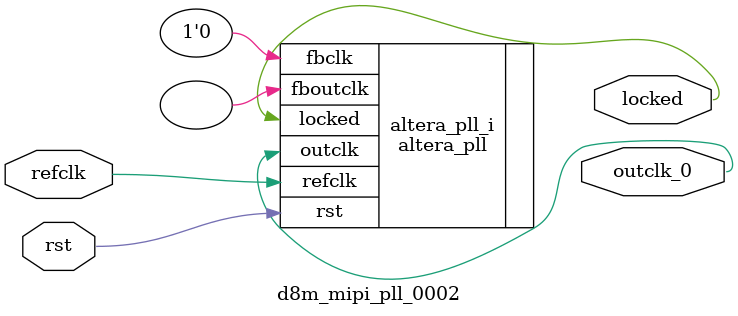
<source format=v>
`timescale 1ns/10ps
module  d8m_mipi_pll_0002(

	// interface 'refclk'
	input wire refclk,

	// interface 'reset'
	input wire rst,

	// interface 'outclk0'
	output wire outclk_0,

	// interface 'locked'
	output wire locked
);

	altera_pll #(
		.fractional_vco_multiplier("false"),
		.reference_clock_frequency("50.0 MHz"),
		.operation_mode("direct"),
		.number_of_clocks(1),
		.output_clock_frequency0("50.000000 MHz"),
		.phase_shift0("0 ps"),
		.duty_cycle0(50),
		.output_clock_frequency1("0 MHz"),
		.phase_shift1("0 ps"),
		.duty_cycle1(50),
		.output_clock_frequency2("0 MHz"),
		.phase_shift2("0 ps"),
		.duty_cycle2(50),
		.output_clock_frequency3("0 MHz"),
		.phase_shift3("0 ps"),
		.duty_cycle3(50),
		.output_clock_frequency4("0 MHz"),
		.phase_shift4("0 ps"),
		.duty_cycle4(50),
		.output_clock_frequency5("0 MHz"),
		.phase_shift5("0 ps"),
		.duty_cycle5(50),
		.output_clock_frequency6("0 MHz"),
		.phase_shift6("0 ps"),
		.duty_cycle6(50),
		.output_clock_frequency7("0 MHz"),
		.phase_shift7("0 ps"),
		.duty_cycle7(50),
		.output_clock_frequency8("0 MHz"),
		.phase_shift8("0 ps"),
		.duty_cycle8(50),
		.output_clock_frequency9("0 MHz"),
		.phase_shift9("0 ps"),
		.duty_cycle9(50),
		.output_clock_frequency10("0 MHz"),
		.phase_shift10("0 ps"),
		.duty_cycle10(50),
		.output_clock_frequency11("0 MHz"),
		.phase_shift11("0 ps"),
		.duty_cycle11(50),
		.output_clock_frequency12("0 MHz"),
		.phase_shift12("0 ps"),
		.duty_cycle12(50),
		.output_clock_frequency13("0 MHz"),
		.phase_shift13("0 ps"),
		.duty_cycle13(50),
		.output_clock_frequency14("0 MHz"),
		.phase_shift14("0 ps"),
		.duty_cycle14(50),
		.output_clock_frequency15("0 MHz"),
		.phase_shift15("0 ps"),
		.duty_cycle15(50),
		.output_clock_frequency16("0 MHz"),
		.phase_shift16("0 ps"),
		.duty_cycle16(50),
		.output_clock_frequency17("0 MHz"),
		.phase_shift17("0 ps"),
		.duty_cycle17(50),
		.pll_type("General"),
		.pll_subtype("General")
	) altera_pll_i (
		.rst	(rst),
		.outclk	({outclk_0}),
		.locked	(locked),
		.fboutclk	( ),
		.fbclk	(1'b0),
		.refclk	(refclk)
	);
endmodule


</source>
